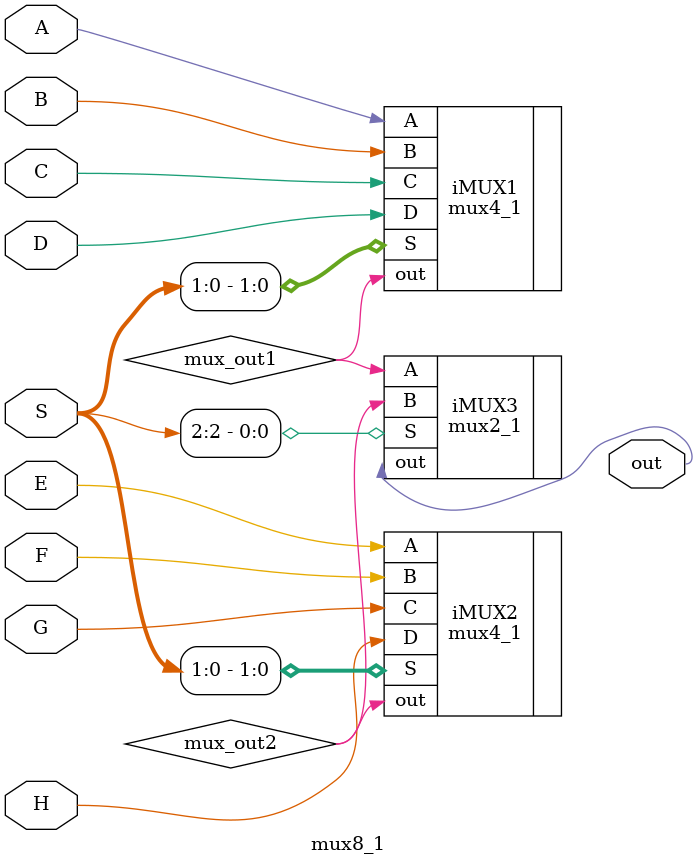
<source format=v>
module mux8_1 (A, B, C, D, E, F, G, H, S, out);
 
  input A, B, C, D, E, F, G, H;
  input [2:0] S;
  output out;

  wire mux_out1, mux_out2;


  mux4_1 iMUX1 (.A(A), .B(B), .C(C), .D(D), .S(S[1:0]), .out(mux_out1));
  mux4_1 iMUX2 (.A(E), .B(F), .C(G), .D(H), .S(S[1:0]), .out(mux_out2));
  mux2_1 iMUX3 (.A(mux_out1), .B(mux_out2), .S(S[2]), .out(out));
endmodule

</source>
